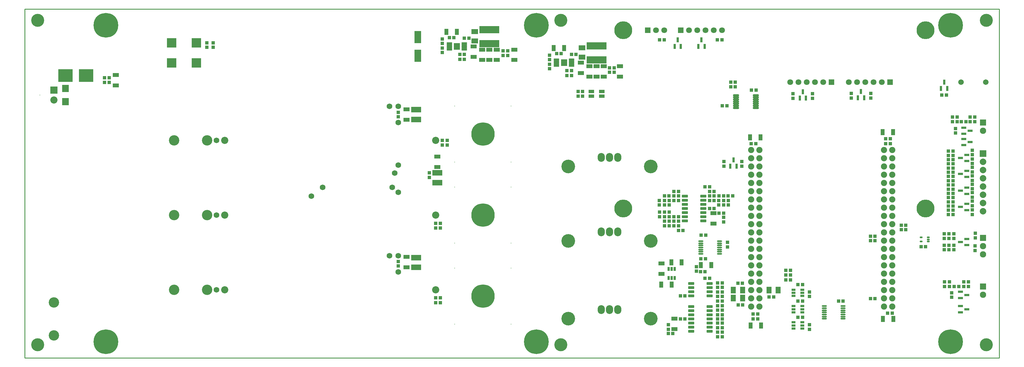
<source format=gts>
G04 Layer_Color=8388736*
%FSLAX43Y43*%
%MOMM*%
G71*
G01*
G75*
%ADD42C,0.254*%
%ADD84R,2.903X2.903*%
%ADD85O,0.950X0.550*%
%ADD86O,1.550X0.500*%
%ADD87R,6.203X2.203*%
%ADD88R,1.203X0.803*%
%ADD89R,0.803X1.553*%
%ADD90R,2.003X1.543*%
%ADD91R,1.543X2.003*%
%ADD92R,2.003X2.203*%
%ADD93R,1.003X1.103*%
G04:AMPARAMS|DCode=94|XSize=0.653mm|YSize=1.803mm|CornerRadius=0.151mm|HoleSize=0mm|Usage=FLASHONLY|Rotation=90.000|XOffset=0mm|YOffset=0mm|HoleType=Round|Shape=RoundedRectangle|*
%AMROUNDEDRECTD94*
21,1,0.653,1.501,0,0,90.0*
21,1,0.351,1.803,0,0,90.0*
1,1,0.302,0.750,0.175*
1,1,0.302,0.750,-0.175*
1,1,0.302,-0.750,-0.175*
1,1,0.302,-0.750,0.175*
%
%ADD94ROUNDEDRECTD94*%
%ADD95R,4.443X4.013*%
%ADD96R,2.003X3.753*%
%ADD97C,4.000*%
G04:AMPARAMS|DCode=98|XSize=0.853mm|YSize=1.853mm|CornerRadius=0.15mm|HoleSize=0mm|Usage=FLASHONLY|Rotation=270.000|XOffset=0mm|YOffset=0mm|HoleType=Round|Shape=RoundedRectangle|*
%AMROUNDEDRECTD98*
21,1,0.853,1.552,0,0,270.0*
21,1,0.552,1.853,0,0,270.0*
1,1,0.301,-0.776,-0.276*
1,1,0.301,-0.776,0.276*
1,1,0.301,0.776,0.276*
1,1,0.301,0.776,-0.276*
%
%ADD98ROUNDEDRECTD98*%
%ADD99R,3.103X1.703*%
%ADD100R,1.903X1.203*%
%ADD101R,1.803X1.003*%
G04:AMPARAMS|DCode=102|XSize=0.503mm|YSize=1.753mm|CornerRadius=0.151mm|HoleSize=0mm|Usage=FLASHONLY|Rotation=90.000|XOffset=0mm|YOffset=0mm|HoleType=Round|Shape=RoundedRectangle|*
%AMROUNDEDRECTD102*
21,1,0.503,1.451,0,0,90.0*
21,1,0.201,1.753,0,0,90.0*
1,1,0.302,0.726,0.101*
1,1,0.302,0.726,-0.101*
1,1,0.302,-0.726,-0.101*
1,1,0.302,-0.726,0.101*
%
%ADD102ROUNDEDRECTD102*%
G04:AMPARAMS|DCode=103|XSize=1.933mm|YSize=2.103mm|CornerRadius=0.153mm|HoleSize=0mm|Usage=FLASHONLY|Rotation=0.000|XOffset=0mm|YOffset=0mm|HoleType=Round|Shape=RoundedRectangle|*
%AMROUNDEDRECTD103*
21,1,1.933,1.796,0,0,0.0*
21,1,1.626,2.103,0,0,0.0*
1,1,0.307,0.813,-0.898*
1,1,0.307,-0.813,-0.898*
1,1,0.307,-0.813,0.898*
1,1,0.307,0.813,0.898*
%
%ADD103ROUNDEDRECTD103*%
%ADD104R,0.803X1.203*%
%ADD105R,1.103X1.003*%
%ADD106R,1.553X0.803*%
%ADD107R,1.203X1.903*%
%ADD108O,2.203X2.703*%
%ADD109C,7.203*%
%ADD110C,0.203*%
%ADD111C,1.727*%
%ADD112C,2.203*%
%ADD113C,3.203*%
%ADD114C,1.803*%
%ADD115R,1.803X1.803*%
%ADD116C,1.703*%
%ADD117C,7.603*%
%ADD118C,5.503*%
%ADD119C,1.903*%
%ADD120C,1.953*%
%ADD121R,1.953X1.953*%
%ADD122C,4.203*%
%ADD123R,2.203X2.203*%
%ADD124R,0.203X0.203*%
%ADD125R,2.003X2.003*%
%ADD126C,2.003*%
%ADD127C,0.803*%
D42*
X0Y0D02*
Y107500D01*
X300000D01*
Y0D02*
Y107500D01*
X0Y0D02*
X300000D01*
D84*
X45190Y90890D02*
D03*
X52810D02*
D03*
Y97110D02*
D03*
X45190D02*
D03*
D85*
X278100Y37150D02*
D03*
X275900D02*
D03*
Y35850D02*
D03*
X278100Y36500D02*
D03*
Y35850D02*
D03*
D86*
X246125Y15950D02*
D03*
Y15300D02*
D03*
Y14650D02*
D03*
Y14000D02*
D03*
Y13350D02*
D03*
Y12700D02*
D03*
Y12050D02*
D03*
X251875Y15950D02*
D03*
Y15300D02*
D03*
Y14650D02*
D03*
Y14000D02*
D03*
Y13350D02*
D03*
Y12700D02*
D03*
Y12050D02*
D03*
X213875Y32050D02*
D03*
Y32700D02*
D03*
Y33350D02*
D03*
Y34000D02*
D03*
Y34650D02*
D03*
Y35300D02*
D03*
Y35950D02*
D03*
X208125Y32050D02*
D03*
Y32700D02*
D03*
Y33350D02*
D03*
Y34000D02*
D03*
Y34650D02*
D03*
Y35300D02*
D03*
Y35950D02*
D03*
D87*
X143000Y96850D02*
D03*
Y101150D02*
D03*
X176000Y91850D02*
D03*
Y96150D02*
D03*
D88*
X239376Y21000D02*
D03*
Y20050D02*
D03*
Y19100D02*
D03*
X236626D02*
D03*
Y20050D02*
D03*
Y21000D02*
D03*
X239375Y10950D02*
D03*
Y10000D02*
D03*
Y9050D02*
D03*
X236625D02*
D03*
Y10000D02*
D03*
Y10950D02*
D03*
X239375Y15950D02*
D03*
Y15000D02*
D03*
Y14050D02*
D03*
X236625D02*
D03*
Y15000D02*
D03*
Y15950D02*
D03*
D89*
X217180Y59095D02*
D03*
X219080D02*
D03*
X218130Y61045D02*
D03*
X239500Y81975D02*
D03*
X240450Y80025D02*
D03*
X238550D02*
D03*
X283000Y84975D02*
D03*
X283950Y83025D02*
D03*
X282050D02*
D03*
X256450Y80125D02*
D03*
X258350D02*
D03*
X257400Y82075D02*
D03*
X200050Y96025D02*
D03*
X201950D02*
D03*
X201000Y97975D02*
D03*
X207350Y96025D02*
D03*
X209250D02*
D03*
X208300Y97975D02*
D03*
D90*
X138500Y97670D02*
D03*
Y100530D02*
D03*
X171500Y92670D02*
D03*
Y95530D02*
D03*
D91*
X218070Y18400D02*
D03*
X220930D02*
D03*
X231930Y20900D02*
D03*
X229070D02*
D03*
X220930D02*
D03*
X218070D02*
D03*
D92*
X12500Y79000D02*
D03*
Y83000D02*
D03*
D93*
X261700Y36100D02*
D03*
X260300D02*
D03*
X215100Y44600D02*
D03*
X213700D02*
D03*
X251900Y17500D02*
D03*
X250500D02*
D03*
X283700Y81000D02*
D03*
X282300D02*
D03*
X287500Y22000D02*
D03*
X286100D02*
D03*
X277300Y34300D02*
D03*
X275900D02*
D03*
X265600Y13800D02*
D03*
X267000D02*
D03*
X225000Y66000D02*
D03*
X223600D02*
D03*
X266400D02*
D03*
X265000D02*
D03*
X224200Y13500D02*
D03*
X225600D02*
D03*
X210800Y51300D02*
D03*
X212200D02*
D03*
X127900Y40000D02*
D03*
X126500D02*
D03*
X201200Y51300D02*
D03*
X199800D02*
D03*
X127900Y17000D02*
D03*
X126500D02*
D03*
X201200Y40700D02*
D03*
X199800D02*
D03*
X234300Y24000D02*
D03*
X235700D02*
D03*
X214700Y12000D02*
D03*
X213300D02*
D03*
X201800Y19100D02*
D03*
X203200D02*
D03*
X238000Y12500D02*
D03*
X239400D02*
D03*
X213200Y98000D02*
D03*
X214600D02*
D03*
X261700Y18300D02*
D03*
X260300D02*
D03*
X219600Y16300D02*
D03*
X221000D02*
D03*
X219500Y23000D02*
D03*
X220900D02*
D03*
X230500Y18800D02*
D03*
X229100D02*
D03*
X288300Y72800D02*
D03*
X289700D02*
D03*
X284300Y44200D02*
D03*
X285700D02*
D03*
X284300Y48100D02*
D03*
X285700D02*
D03*
X284300Y49400D02*
D03*
X285700D02*
D03*
X284300Y53300D02*
D03*
X285700D02*
D03*
X284300Y54600D02*
D03*
X285700D02*
D03*
X284300Y58500D02*
D03*
X285700D02*
D03*
X284300Y59800D02*
D03*
X285700D02*
D03*
X284300Y63700D02*
D03*
X285700D02*
D03*
Y62400D02*
D03*
X284300D02*
D03*
X285700Y61100D02*
D03*
X284300D02*
D03*
X285700Y57200D02*
D03*
X284300D02*
D03*
X285700Y55900D02*
D03*
X284300D02*
D03*
X214700Y16100D02*
D03*
X213300D02*
D03*
Y13300D02*
D03*
X214700D02*
D03*
X214700Y21700D02*
D03*
X213300D02*
D03*
Y18900D02*
D03*
X214700D02*
D03*
X214700Y7900D02*
D03*
X213300D02*
D03*
Y10700D02*
D03*
X214700D02*
D03*
X203200Y12000D02*
D03*
X201800D02*
D03*
X208200Y37800D02*
D03*
X209600D02*
D03*
X196900Y49900D02*
D03*
X198300D02*
D03*
X215100D02*
D03*
X213700D02*
D03*
X208000Y26600D02*
D03*
X209400D02*
D03*
X208100Y30500D02*
D03*
X209500D02*
D03*
X210800Y46000D02*
D03*
X212200D02*
D03*
X225600Y12000D02*
D03*
X224200D02*
D03*
X265000Y67500D02*
D03*
X266400D02*
D03*
X239400Y22600D02*
D03*
X238000D02*
D03*
X168300Y93500D02*
D03*
X169700D02*
D03*
X163700Y93800D02*
D03*
X165100D02*
D03*
X135300Y98500D02*
D03*
X136700D02*
D03*
X132100Y98700D02*
D03*
X130700D02*
D03*
X195400Y98000D02*
D03*
X196800D02*
D03*
X225100Y82500D02*
D03*
X223700D02*
D03*
X198100Y7500D02*
D03*
X199500D02*
D03*
X214700Y17500D02*
D03*
X213300D02*
D03*
Y14700D02*
D03*
X214700D02*
D03*
X214700Y23100D02*
D03*
X213300D02*
D03*
Y20300D02*
D03*
X214700D02*
D03*
X214700Y6500D02*
D03*
X213300D02*
D03*
X213300Y9300D02*
D03*
X214700D02*
D03*
X199800Y42100D02*
D03*
X201200D02*
D03*
Y43500D02*
D03*
X199800D02*
D03*
X126500Y18500D02*
D03*
X127900D02*
D03*
X199800Y49900D02*
D03*
X201200D02*
D03*
Y48500D02*
D03*
X199800D02*
D03*
X126500Y41500D02*
D03*
X127900D02*
D03*
X216500Y49900D02*
D03*
X217900D02*
D03*
X212200D02*
D03*
X210800D02*
D03*
Y48500D02*
D03*
X212200D02*
D03*
X166900Y87000D02*
D03*
X168300D02*
D03*
Y88500D02*
D03*
X166900D02*
D03*
X133900Y92000D02*
D03*
X135300D02*
D03*
Y93500D02*
D03*
X133900D02*
D03*
X284300Y45500D02*
D03*
X285700D02*
D03*
X284300Y46800D02*
D03*
X285700D02*
D03*
X284300Y50700D02*
D03*
X285700D02*
D03*
X284300Y52000D02*
D03*
X285700D02*
D03*
X210800Y24500D02*
D03*
X209400D02*
D03*
X202600Y39300D02*
D03*
X201200D02*
D03*
X209400Y52700D02*
D03*
X210800D02*
D03*
X239400Y17500D02*
D03*
X238000D02*
D03*
X234300Y27000D02*
D03*
X235700D02*
D03*
Y25500D02*
D03*
X234300D02*
D03*
X171700Y82100D02*
D03*
X170300D02*
D03*
X171700Y80700D02*
D03*
X170300D02*
D03*
X214700Y77700D02*
D03*
X216100D02*
D03*
X217300Y83500D02*
D03*
X218700D02*
D03*
X217300Y85000D02*
D03*
X218700D02*
D03*
X271200Y40900D02*
D03*
X269800D02*
D03*
X260300Y37500D02*
D03*
X261700D02*
D03*
X269800Y39500D02*
D03*
X271200D02*
D03*
D94*
X218950Y80950D02*
D03*
Y80300D02*
D03*
Y79650D02*
D03*
Y79000D02*
D03*
Y78350D02*
D03*
Y77700D02*
D03*
Y77050D02*
D03*
X225050Y80950D02*
D03*
Y80300D02*
D03*
Y79650D02*
D03*
Y79000D02*
D03*
Y78350D02*
D03*
Y77700D02*
D03*
Y77050D02*
D03*
D95*
X18885Y87000D02*
D03*
X12515D02*
D03*
D96*
X121000Y93125D02*
D03*
Y98875D02*
D03*
D97*
X296000Y4000D02*
D03*
X4000D02*
D03*
X165000Y104000D02*
D03*
Y4000D02*
D03*
X4000Y104000D02*
D03*
X296000D02*
D03*
D98*
X203175Y49810D02*
D03*
Y48540D02*
D03*
Y47270D02*
D03*
Y46000D02*
D03*
Y44730D02*
D03*
Y43460D02*
D03*
Y42190D02*
D03*
X208825Y49810D02*
D03*
Y48540D02*
D03*
Y47270D02*
D03*
Y46000D02*
D03*
Y44730D02*
D03*
Y43460D02*
D03*
Y42190D02*
D03*
X210825Y19095D02*
D03*
Y20365D02*
D03*
Y21635D02*
D03*
Y22905D02*
D03*
X205175Y19095D02*
D03*
Y20365D02*
D03*
Y21635D02*
D03*
Y22905D02*
D03*
X210825Y8190D02*
D03*
Y9460D02*
D03*
Y10730D02*
D03*
Y12000D02*
D03*
Y13270D02*
D03*
Y14540D02*
D03*
Y15810D02*
D03*
X205175Y8190D02*
D03*
Y9460D02*
D03*
Y10730D02*
D03*
Y12000D02*
D03*
Y13270D02*
D03*
Y14540D02*
D03*
Y15810D02*
D03*
D99*
X120500Y30900D02*
D03*
Y27900D02*
D03*
Y76500D02*
D03*
Y73500D02*
D03*
X127000Y54000D02*
D03*
Y57000D02*
D03*
D100*
X145300Y91800D02*
D03*
Y95000D02*
D03*
X150700Y91800D02*
D03*
Y95000D02*
D03*
X196000Y29100D02*
D03*
Y25900D02*
D03*
X200000Y12100D02*
D03*
Y8900D02*
D03*
X117500Y31100D02*
D03*
Y27900D02*
D03*
X127000Y62000D02*
D03*
Y58800D02*
D03*
X117500Y76600D02*
D03*
Y73400D02*
D03*
X212000Y41400D02*
D03*
Y44600D02*
D03*
X28000Y84000D02*
D03*
Y87200D02*
D03*
X173800Y86700D02*
D03*
Y89900D02*
D03*
X176000Y86700D02*
D03*
Y89900D02*
D03*
X178200Y86700D02*
D03*
Y89900D02*
D03*
X140800Y91800D02*
D03*
Y95000D02*
D03*
X143000Y91800D02*
D03*
Y95000D02*
D03*
X171200Y87800D02*
D03*
Y91000D02*
D03*
X138200Y92800D02*
D03*
Y96000D02*
D03*
X183200Y89900D02*
D03*
Y86700D02*
D03*
D101*
X174400Y80700D02*
D03*
X177600D02*
D03*
X174400Y82100D02*
D03*
X177600D02*
D03*
D102*
X135325Y97000D02*
D03*
X130675D02*
D03*
Y96500D02*
D03*
Y96000D02*
D03*
Y95500D02*
D03*
Y95000D02*
D03*
X135325Y96500D02*
D03*
Y96000D02*
D03*
Y95500D02*
D03*
Y95000D02*
D03*
X168325Y90000D02*
D03*
Y90500D02*
D03*
Y91000D02*
D03*
Y91500D02*
D03*
X163675Y90000D02*
D03*
Y90500D02*
D03*
Y91000D02*
D03*
Y91500D02*
D03*
Y92000D02*
D03*
X168325D02*
D03*
D103*
X133000Y96000D02*
D03*
X166000Y91000D02*
D03*
D104*
X198150Y24625D02*
D03*
X199100D02*
D03*
X200050D02*
D03*
Y27375D02*
D03*
X199100D02*
D03*
X198150D02*
D03*
D105*
X241500Y8800D02*
D03*
Y10200D02*
D03*
Y18900D02*
D03*
Y20300D02*
D03*
X242500Y81400D02*
D03*
Y80000D02*
D03*
X291700Y64000D02*
D03*
Y62600D02*
D03*
Y59900D02*
D03*
Y61300D02*
D03*
Y58700D02*
D03*
Y57300D02*
D03*
Y54700D02*
D03*
Y56100D02*
D03*
Y53500D02*
D03*
Y52100D02*
D03*
Y49500D02*
D03*
Y50900D02*
D03*
Y48300D02*
D03*
Y46900D02*
D03*
Y44200D02*
D03*
Y45600D02*
D03*
X290500Y23400D02*
D03*
Y22000D02*
D03*
X289000Y23400D02*
D03*
Y22000D02*
D03*
X284600Y23400D02*
D03*
Y22000D02*
D03*
X283100Y23400D02*
D03*
Y22000D02*
D03*
X292500Y33100D02*
D03*
Y34500D02*
D03*
X292600Y38400D02*
D03*
Y37000D02*
D03*
X292400Y74200D02*
D03*
Y72800D02*
D03*
X287000Y74200D02*
D03*
Y72800D02*
D03*
X148700Y93200D02*
D03*
Y94600D02*
D03*
X181400Y88000D02*
D03*
Y89400D02*
D03*
X56000Y95700D02*
D03*
Y97100D02*
D03*
X24500Y84900D02*
D03*
Y86300D02*
D03*
X130000Y65600D02*
D03*
Y67000D02*
D03*
X285296Y18644D02*
D03*
Y20044D02*
D03*
X236500Y81400D02*
D03*
Y80000D02*
D03*
X216300Y34200D02*
D03*
Y35600D02*
D03*
X286500Y69300D02*
D03*
Y70700D02*
D03*
X283000Y33300D02*
D03*
Y34700D02*
D03*
Y36800D02*
D03*
Y38200D02*
D03*
X284500Y34700D02*
D03*
Y33300D02*
D03*
Y36800D02*
D03*
Y38200D02*
D03*
X285600Y74200D02*
D03*
Y72800D02*
D03*
X291000Y74200D02*
D03*
Y72800D02*
D03*
X198100Y8800D02*
D03*
Y10200D02*
D03*
X198400Y42100D02*
D03*
Y40700D02*
D03*
Y44900D02*
D03*
Y43500D02*
D03*
X115000Y28300D02*
D03*
Y29700D02*
D03*
X198400Y47100D02*
D03*
Y48500D02*
D03*
X124500Y57000D02*
D03*
Y55600D02*
D03*
X213600Y47100D02*
D03*
Y48500D02*
D03*
X115000Y74300D02*
D03*
Y75700D02*
D03*
X215100Y43300D02*
D03*
Y41900D02*
D03*
X215230Y59070D02*
D03*
Y60470D02*
D03*
X220730Y59070D02*
D03*
Y60470D02*
D03*
X26000Y86300D02*
D03*
Y84900D02*
D03*
X58000Y97100D02*
D03*
Y95700D02*
D03*
X180000Y89400D02*
D03*
Y88000D02*
D03*
X161500Y90500D02*
D03*
Y89100D02*
D03*
X147200Y93200D02*
D03*
Y94600D02*
D03*
X128500Y94100D02*
D03*
Y95500D02*
D03*
X206700Y26700D02*
D03*
Y28100D02*
D03*
X196900Y42100D02*
D03*
Y40700D02*
D03*
Y44900D02*
D03*
Y43500D02*
D03*
X195300Y48500D02*
D03*
Y47100D02*
D03*
X196900D02*
D03*
Y48500D02*
D03*
X215100Y47100D02*
D03*
Y48500D02*
D03*
X128500Y67000D02*
D03*
Y65600D02*
D03*
X161500Y91900D02*
D03*
Y93300D02*
D03*
X128500Y96900D02*
D03*
Y98300D02*
D03*
X260400Y80100D02*
D03*
Y81500D02*
D03*
X254400Y80100D02*
D03*
Y81500D02*
D03*
X195400Y43500D02*
D03*
Y44900D02*
D03*
X216600Y48500D02*
D03*
Y47100D02*
D03*
X286000Y36800D02*
D03*
Y38200D02*
D03*
Y34700D02*
D03*
Y33300D02*
D03*
D106*
X289975Y19400D02*
D03*
X288025Y18450D02*
D03*
Y20350D02*
D03*
X289975Y15000D02*
D03*
X288025Y14050D02*
D03*
Y15950D02*
D03*
X290975Y66500D02*
D03*
X289025Y65550D02*
D03*
Y67450D02*
D03*
X290975Y70000D02*
D03*
X289025Y69050D02*
D03*
Y70950D02*
D03*
X288025Y35700D02*
D03*
X289975Y36650D02*
D03*
Y34750D02*
D03*
X289975Y45550D02*
D03*
Y47450D02*
D03*
X288025Y46500D02*
D03*
X289975Y50550D02*
D03*
Y52450D02*
D03*
X288025Y51500D02*
D03*
X289975Y55750D02*
D03*
Y57650D02*
D03*
X288025Y56700D02*
D03*
X289975Y60650D02*
D03*
Y62550D02*
D03*
X288025Y61600D02*
D03*
D107*
X199100Y22600D02*
D03*
X195900D02*
D03*
X199000Y29400D02*
D03*
X202200D02*
D03*
X211300Y28600D02*
D03*
X208100D02*
D03*
X223400Y10000D02*
D03*
X226600D02*
D03*
X267300Y69600D02*
D03*
X264100D02*
D03*
X264130Y11970D02*
D03*
X267330D02*
D03*
X226430Y67970D02*
D03*
X223230D02*
D03*
X166000Y95500D02*
D03*
X162800D02*
D03*
X133000Y100500D02*
D03*
X129800D02*
D03*
D108*
X177450Y61800D02*
D03*
X180000D02*
D03*
X182550D02*
D03*
X177450Y14900D02*
D03*
X180000D02*
D03*
X182550D02*
D03*
Y38800D02*
D03*
X180000D02*
D03*
X177450D02*
D03*
D109*
X141000Y44000D02*
D03*
Y69000D02*
D03*
Y19000D02*
D03*
D110*
X132350Y35350D02*
D03*
X149650Y52650D02*
D03*
Y35350D02*
D03*
X132350Y52650D02*
D03*
Y77650D02*
D03*
X149650Y60350D02*
D03*
Y77650D02*
D03*
X132350Y60350D02*
D03*
Y27650D02*
D03*
X149650Y10350D02*
D03*
Y27650D02*
D03*
X132350Y10350D02*
D03*
D111*
X112250Y77500D02*
D03*
X115000Y72500D02*
D03*
Y77500D02*
D03*
X59000Y67000D02*
D03*
X115000Y51000D02*
D03*
X113880Y56970D02*
D03*
X113120Y52570D02*
D03*
X115000Y59380D02*
D03*
X91680Y52570D02*
D03*
X59000Y44000D02*
D03*
X88200Y49800D02*
D03*
X59000Y21000D02*
D03*
X115000Y31500D02*
D03*
Y26500D02*
D03*
X112250Y31500D02*
D03*
D112*
X126500Y67000D02*
D03*
X61500D02*
D03*
X9000Y79500D02*
D03*
X126500Y21000D02*
D03*
X61500D02*
D03*
X126500Y44000D02*
D03*
X61500D02*
D03*
D113*
X56080Y67000D02*
D03*
X45920D02*
D03*
X9000Y17080D02*
D03*
Y6920D02*
D03*
X56080Y21000D02*
D03*
X45920D02*
D03*
X56080Y44000D02*
D03*
X45920D02*
D03*
D114*
X235650Y85000D02*
D03*
X240730D02*
D03*
X245810D02*
D03*
X243270D02*
D03*
X238190D02*
D03*
X196830Y101000D02*
D03*
X194290D02*
D03*
X214610D02*
D03*
X209530D02*
D03*
X204450D02*
D03*
X206990D02*
D03*
X212070D02*
D03*
X256190Y85000D02*
D03*
X261270D02*
D03*
X263810D02*
D03*
X258730D02*
D03*
X253650D02*
D03*
D115*
X248350D02*
D03*
X191750Y101000D02*
D03*
X201910D02*
D03*
X266350Y85000D02*
D03*
D116*
X295800D02*
D03*
X288200D02*
D03*
D117*
X25000Y102500D02*
D03*
Y5000D02*
D03*
X157500Y5000D02*
D03*
X285000Y5000D02*
D03*
Y102500D02*
D03*
X157500D02*
D03*
D118*
X184250Y101000D02*
D03*
Y46000D02*
D03*
X277250D02*
D03*
X277250Y101000D02*
D03*
D119*
X264460Y64100D02*
D03*
Y61560D02*
D03*
Y59020D02*
D03*
Y56480D02*
D03*
Y53940D02*
D03*
Y51400D02*
D03*
Y48860D02*
D03*
Y46320D02*
D03*
Y43780D02*
D03*
Y41240D02*
D03*
Y38700D02*
D03*
Y36160D02*
D03*
Y33620D02*
D03*
Y31080D02*
D03*
Y28540D02*
D03*
Y26000D02*
D03*
Y23460D02*
D03*
Y20920D02*
D03*
Y18380D02*
D03*
Y15840D02*
D03*
X267000Y64100D02*
D03*
Y61560D02*
D03*
Y59020D02*
D03*
Y56480D02*
D03*
Y53940D02*
D03*
Y51400D02*
D03*
Y48860D02*
D03*
Y46320D02*
D03*
Y43780D02*
D03*
Y41240D02*
D03*
Y38700D02*
D03*
Y36160D02*
D03*
Y33620D02*
D03*
Y31080D02*
D03*
Y28540D02*
D03*
Y26000D02*
D03*
Y23460D02*
D03*
Y20920D02*
D03*
Y18380D02*
D03*
Y15840D02*
D03*
X226100D02*
D03*
Y18380D02*
D03*
Y20920D02*
D03*
Y23460D02*
D03*
Y26000D02*
D03*
Y28540D02*
D03*
Y31080D02*
D03*
Y33620D02*
D03*
Y36160D02*
D03*
Y38700D02*
D03*
Y41240D02*
D03*
Y43780D02*
D03*
Y46320D02*
D03*
Y48860D02*
D03*
Y51400D02*
D03*
Y53940D02*
D03*
Y56480D02*
D03*
Y59020D02*
D03*
Y61560D02*
D03*
Y64100D02*
D03*
X223560Y15840D02*
D03*
Y18380D02*
D03*
Y20920D02*
D03*
Y23460D02*
D03*
Y26000D02*
D03*
Y28540D02*
D03*
Y31080D02*
D03*
Y33620D02*
D03*
Y36160D02*
D03*
Y38700D02*
D03*
Y41240D02*
D03*
Y43780D02*
D03*
Y46320D02*
D03*
Y48860D02*
D03*
Y51400D02*
D03*
Y53940D02*
D03*
Y56480D02*
D03*
Y59020D02*
D03*
Y61560D02*
D03*
Y64100D02*
D03*
D120*
X295000Y31920D02*
D03*
Y34460D02*
D03*
Y69960D02*
D03*
Y19460D02*
D03*
D121*
Y37000D02*
D03*
Y72500D02*
D03*
Y22000D02*
D03*
D122*
X192700Y12100D02*
D03*
X167300D02*
D03*
X192700Y59000D02*
D03*
X167300D02*
D03*
Y36000D02*
D03*
X192700D02*
D03*
D123*
X9000Y82500D02*
D03*
D124*
X4680Y81000D02*
D03*
D125*
X295000Y63000D02*
D03*
D126*
Y60460D02*
D03*
Y57920D02*
D03*
Y55380D02*
D03*
Y52840D02*
D03*
Y50300D02*
D03*
Y47760D02*
D03*
Y45220D02*
D03*
D127*
X133500Y95500D02*
D03*
X132500D02*
D03*
X133500Y96500D02*
D03*
X132500D02*
D03*
X165500Y91500D02*
D03*
X166500D02*
D03*
X165500Y90500D02*
D03*
X166500D02*
D03*
M02*

</source>
